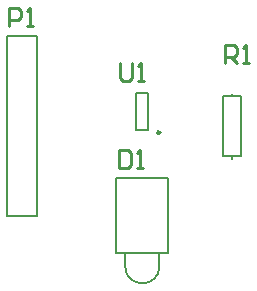
<source format=gto>
G04*
G04 #@! TF.GenerationSoftware,Altium Limited,Altium Designer,18.1.7 (191)*
G04*
G04 Layer_Color=65535*
%FSLAX25Y25*%
%MOIN*%
G70*
G01*
G75*
%ADD10C,0.00500*%
%ADD11C,0.00984*%
%ADD12C,0.00787*%
%ADD13C,0.01000*%
D10*
X144291Y108346D02*
G03*
X155709Y108346I5709J0D01*
G01*
X141339Y137874D02*
X158661D01*
Y112677D02*
Y137874D01*
X141339Y112677D02*
X158661D01*
X141339D02*
Y137874D01*
X155709Y108346D02*
Y112677D01*
X144291Y108346D02*
Y112677D01*
D11*
X155905Y152913D02*
G03*
X155905Y152913I-492J0D01*
G01*
D12*
X177000Y165000D02*
X180000D01*
X177000Y145000D02*
Y165000D01*
Y145000D02*
X183000D01*
Y165000D01*
X180000D02*
X183000D01*
X180000Y144100D02*
Y145000D01*
Y165000D02*
Y165900D01*
X105000Y185000D02*
X115000D01*
X105000Y125000D02*
X115000D01*
X105000D02*
Y185000D01*
X115000Y125000D02*
Y185000D01*
X151969Y153898D02*
Y166102D01*
X148031Y153898D02*
Y166102D01*
Y153898D02*
X151969D01*
X148031Y166102D02*
X151969D01*
D13*
X142100Y147098D02*
Y141100D01*
X145099D01*
X146099Y142100D01*
Y146098D01*
X145099Y147098D01*
X142100D01*
X148098Y141100D02*
X150097D01*
X149098D01*
Y147098D01*
X148098Y146098D01*
X177650Y176150D02*
Y182148D01*
X180649D01*
X181649Y181148D01*
Y179149D01*
X180649Y178149D01*
X177650D01*
X179649D02*
X181649Y176150D01*
X183648D02*
X185647D01*
X184648D01*
Y182148D01*
X183648Y181148D01*
X105650Y188350D02*
Y194348D01*
X108649D01*
X109649Y193348D01*
Y191349D01*
X108649Y190349D01*
X105650D01*
X111648Y188350D02*
X113647D01*
X112648D01*
Y194348D01*
X111648Y193348D01*
X142600Y176198D02*
Y171200D01*
X143600Y170200D01*
X145599D01*
X146599Y171200D01*
Y176198D01*
X148598Y170200D02*
X150597D01*
X149598D01*
Y176198D01*
X148598Y175198D01*
M02*

</source>
